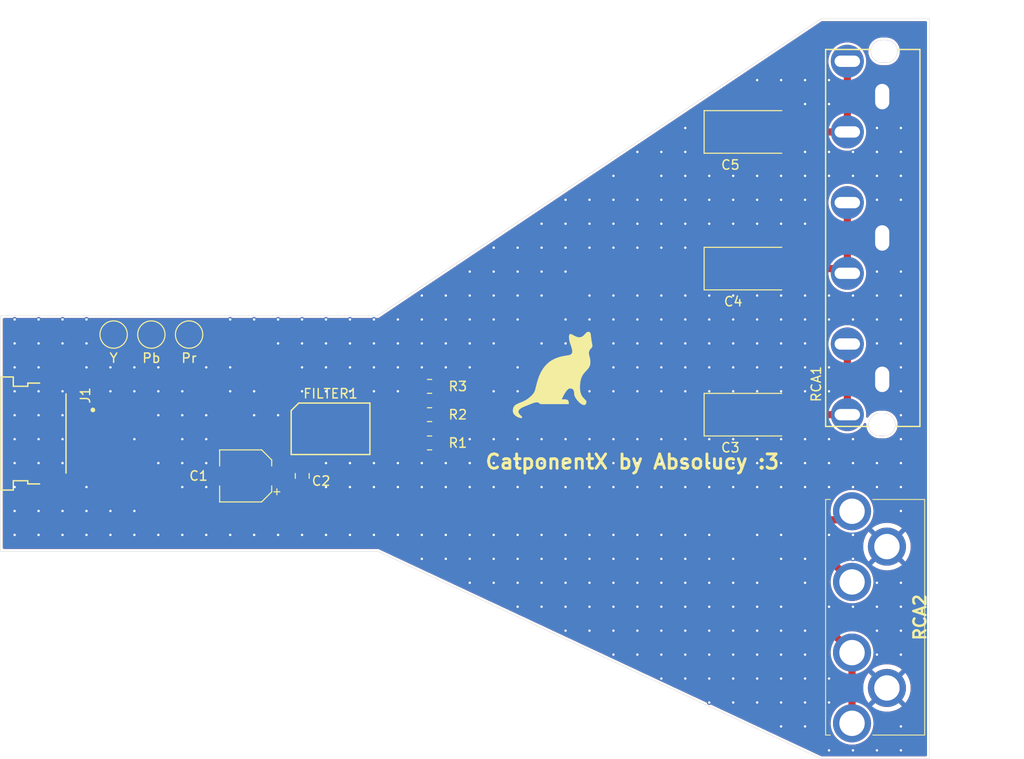
<source format=kicad_pcb>
(kicad_pcb (version 20211014) (generator pcbnew)
  (layers (0 "F.Cu" signal) (31 "B.Cu" signal) (34 "B.Paste" user) (35 "F.Paste" user) (36 "B.SilkS" user "B.Silkscreen") (37 "F.SilkS" user "F.Silkscreen") (38 "B.Mask" user) (39 "F.Mask" user) (44 "Edge.Cuts" user))
  (net 0 "")
  (net 1 "VCC")
  (net 2 "/Y_SRC")
  (net 3 "/Y")
  (net 4 "/Pb_SRC")
  (net 5 "/Pb")
  (net 6 "/Pr_SRC")
  (net 7 "/Pr")
  (net 8 "Audio_L")
  (net 9 "Audio_R")
  (net 10 "/Y_2")
  (net 11 "/Y_OUT")
  (net 12 "/Pb_2")
  (net 13 "/Pb_OUT")
  (net 14 "/Pr_OUT")
  (net 15 "/Pr_2")
  (net 16 "GND")
  (footprint "XComponent:THS7316" (layer "F.Cu") (at 47.5 162.5)
    (fp_text reference "FILTER1")
    (fp_text value "THS7316")
  )
  (footprint "TestPoint:TestPoint_Pad_D2.5mm" (layer "F.Cu") (at 28.5 152.5)
    (fp_text reference "Pb")
    (fp_text value "Pb_SRC")
  )
  (footprint "TestPoint:TestPoint_Pad_D2.5mm" (layer "F.Cu") (at 24.5 152.5)
    (fp_text reference "Y")
    (fp_text value "Y_SRC")
  )
  (footprint "Resistor_SMD:R_0805_2012Metric_Pad1.20x1.40mm_HandSolder" (layer "F.Cu") (at 58 164)
    (fp_text reference "R1")
    (fp_text value "R75")
  )
  (footprint "Capacitor_Tantalum_SMD:CP_EIA-7343-15_Kemet-W_Pad2.25x2.55mm_HandSolder" (layer "F.Cu") (at 91.7 161)
    (fp_text reference "C3")
    (fp_text value "220uF")
  )
  (footprint "XComponent:Molex-52207-0660" (layer "F.Cu") (at 19.624752 162.999998 -90)
    (fp_text reference "J1")
    (fp_text value "52207-0660" hide)
  )
  (footprint "Capacitor_SMD:CP_Elec_5x5.8" (layer "F.Cu") (at 38.5 167.5 180)
    (fp_text reference "C1")
    (fp_text value "10uF")
  )
  (footprint "Capacitor_SMD:C_0805_2012Metric_Pad1.18x1.45mm_HandSolder" (layer "F.Cu") (at 44.5 167.5 -90)
    (fp_text reference "C2")
    (fp_text value "0.1uF")
  )
  (footprint "XComponent:Cat" (layer "F.Cu") (at 70.5 155.5)
    (fp_text reference "REF**" hide)
    (fp_text value "Cat" hide)
  )
  (footprint "Capacitor_Tantalum_SMD:CP_EIA-7343-15_Kemet-W_Pad2.25x2.55mm_HandSolder" (layer "F.Cu") (at 91.7 145.5)
    (fp_text reference "C4")
    (fp_text value "220uF")
  )
  (footprint "TestPoint:TestPoint_Pad_D2.5mm" (layer "F.Cu") (at 32.5 152.5)
    (fp_text reference "Pr")
    (fp_text value "Pr_SRC")
  )
  (footprint "Resistor_SMD:R_0805_2012Metric_Pad1.20x1.40mm_HandSolder" (layer "F.Cu") (at 58 161)
    (fp_text reference "R2")
    (fp_text value "R75")
  )
  (footprint "Resistor_SMD:R_0805_2012Metric_Pad1.20x1.40mm_HandSolder" (layer "F.Cu") (at 58 158)
    (fp_text reference "R3")
    (fp_text value "R75")
  )
  (footprint "XComponent:PJRAN3X1U" (layer "F.Cu") (at 102.3 142.25 90)
    (fp_text reference "RCA1")
    (fp_text value "PJRAN3XIU03X")
  )
  (footprint "XComponent:PJRAN2X1U01AUX" (layer "F.Cu") (at 106.5 190 90)
    (fp_text reference "RCA2")
    (fp_text value "PJRAN2X1U01AUX" hide)
  )
  (footprint "Capacitor_Tantalum_SMD:CP_EIA-7343-15_Kemet-W_Pad2.25x2.55mm_HandSolder" (layer "F.Cu") (at 91.7 131)
    (fp_text reference "C5")
    (fp_text value "220uF")
  )
  (gr_line (start 12.5 175.5) (end 12.5 150.5) (layer "Edge.Cuts") (width 0.0381))
  (gr_line (start 52.5 150.5) (end 99.5 119) (layer "Edge.Cuts") (width 0.0381))
  (gr_line (start 12.5 150.5) (end 52.5 150.5) (layer "Edge.Cuts") (width 0.0381))
  (gr_line (start 111 197.5) (end 111 119) (layer "Edge.Cuts") (width 0.0381))
  (gr_line (start 111 119) (end 99.5 119) (layer "Edge.Cuts") (width 0.0381))
  (gr_line (start 12.5 175.5) (end 52.5 175.5) (layer "Edge.Cuts") (width 0.0381))
  (gr_line (start 99.5 197.5) (end 52.5 175.5) (layer "Edge.Cuts") (width 0.0381))
  (gr_line (start 99.5 197.5) (end 111 197.5) (layer "Edge.Cuts") (width 0.0381))
  (gr_text "CatponentX by Absolucy :3" (at 79.5 166) (layer "F.SilkS") (effects (font (size 1.524 1.524) (thickness 0.3048))))
  (segment (start 43.0375 166.4625) (end 44.5 166.4625) (width 0.762) (layer "F.Cu") (net 1))
  (segment (start 40.7 166.2) (end 40.7 167.5) (width 0.762) (layer "F.Cu") (net 1))
  (segment (start 29.8 164.5) (end 39 164.5) (width 0.762) (layer "F.Cu") (net 1))
  (segment (start 44.5 166.4625) (end 44.5 164.605) (width 0.762) (layer "F.Cu") (net 1))
  (segment (start 25.8 160.5) (end 20.799753 160.5) (width 0.762) (layer "F.Cu") (net 1))
  (segment (start 40.7 167.5) (end 42 167.5) (width 0.762) (layer "F.Cu") (net 1))
  (segment (start 25.8 160.5) (end 29.8 164.5) (width 0.762) (layer "F.Cu") (net 1))
  (segment (start 42 167.5) (end 43.0375 166.4625) (width 0.762) (layer "F.Cu") (net 1))
  (segment (start 39 164.5) (end 40.7 166.2) (width 0.762) (layer "F.Cu") (net 1))
  (segment (start 35.135 163.135) (end 44.7 163.135) (width 0.762) (layer "F.Cu") (net 2))
  (segment (start 24.5 152.5) (end 35.135 163.135) (width 0.762) (layer "F.Cu") (net 2))
  (segment (start 56.135 163.135) (end 50.3 163.135) (width 0.762) (layer "F.Cu") (net 3))
  (segment (start 57 164) (end 56.135 163.135) (width 0.762) (layer "F.Cu") (net 3))
  (segment (start 36.493634 161.342163) (end 36.271319 161.119848) (width 0.762) (layer "F.Cu") (net 4))
  (segment (start 37.218421 161.041643) (end 37.218421 161.041644) (width 0.762) (layer "F.Cu") (net 4))
  (segment (start 36.589518 160.165253) (end 36.155071 159.730806) (width 0.762) (layer "F.Cu") (net 4))
  (segment (start 36.271319 160.695584) (end 36.483452 160.483452) (width 0.762) (layer "F.Cu") (net 4))
  (segment (start 33.907312 158.755841) (end 33.684997 158.533526) (width 0.762) (layer "F.Cu") (net 4))
  (segment (start 34.988342 160.119713) (end 34.907448 160.038819) (width 0.762) (layer "F.Cu") (net 4))
  (segment (start 37.865 161.511446) (end 37.395198 161.041644) (width 0.762) (layer "F.Cu") (net 4))
  (segment (start 35.278678 158.925124) (end 34.808876 158.455322) (width 0.762) (layer "F.Cu") (net 4))
  (segment (start 34.632099 158.455322) (end 34.331576 158.755841) (width 0.762) (layer "F.Cu") (net 4))
  (segment (start 33.684997 157.684996) (end 33.684998 157.684998) (width 0.762) (layer "F.Cu") (net 4))
  (segment (start 35.278678 158.925125) (end 35.278678 158.925124) (width 0.762) (layer "F.Cu") (net 4))
  (segment (start 33.684998 157.684998) (end 28.5 152.5) (width 0.762) (layer "F.Cu") (net 4))
  (segment (start 34.907449 159.473134) (end 34.907449 159.473135) (width 0.762) (layer "F.Cu") (net 4))
  (segment (start 36.483452 160.483452) (end 36.589518 160.377385) (width 0.762) (layer "F.Cu") (net 4))
  (segment (start 35.942939 159.730806) (end 35.836872 159.836872) (width 0.762) (layer "F.Cu") (net 4))
  (segment (start 34.907449 159.473135) (end 35.278678 159.101901) (width 0.762) (layer "F.Cu") (net 4))
  (segment (start 35.836872 159.836872) (end 35.554028 160.119713) (width 0.762) (layer "F.Cu") (net 4))
  (segment (start 37.218421 161.041644) (end 36.917898 161.342163) (width 0.762) (layer "F.Cu") (net 4))
  (segment (start 37.864999 161.688223) (end 37.865 161.688223) (width 0.762) (layer "F.Cu") (net 4))
  (segment (start 37.865 161.511445) (end 37.865 161.511446) (width 0.762) (layer "F.Cu") (net 4))
  (segment (start 44.7 161.865) (end 37.865 161.865) (width 0.762) (layer "F.Cu") (net 4))
  (segment (start 34.632099 158.455321) (end 34.632099 158.455322) (width 0.762) (layer "F.Cu") (net 4))
  (segment (start 34.988343 160.119714) (end 34.988342 160.119713) (width 0.762) (layer "F.Cu") (net 4))
  (arc (start 34.907448 160.038819) (mid 34.790291 159.755976) (end 34.907449 159.473134) (width 0.762) (layer "F.Cu") (net 4))
  (arc (start 33.684997 158.533526) (mid 33.597129 158.321394) (end 33.684997 158.109262) (width 0.762) (layer "F.Cu") (net 4))
  (arc (start 37.865 161.688223) (mid 37.901612 161.599834) (end 37.865 161.511445) (width 0.762) (layer "F.Cu") (net 4))
  (arc (start 35.554028 160.119713) (mid 35.271186 160.236871) (end 34.988343 160.119714) (width 0.762) (layer "F.Cu") (net 4))
  (arc (start 35.278678 159.101901) (mid 35.31529 159.013513) (end 35.278678 158.925125) (width 0.762) (layer "F.Cu") (net 4))
  (arc (start 33.684997 158.109262) (mid 33.772866 157.89713) (end 33.684997 157.684996) (width 0.762) (layer "F.Cu") (net 4))
  (arc (start 34.808876 158.455322) (mid 34.720488 158.41871) (end 34.632099 158.455321) (width 0.762) (layer "F.Cu") (net 4))
  (arc (start 37.395198 161.041644) (mid 37.30681 161.005032) (end 37.218421 161.041643) (width 0.762) (layer "F.Cu") (net 4))
  (arc (start 34.331576 158.755841) (mid 34.119444 158.843709) (end 33.907312 158.755841) (width 0.762) (layer "F.Cu") (net 4))
  (arc (start 36.155071 159.730806) (mid 36.049005 159.686872) (end 35.942939 159.730806) (width 0.762) (layer "F.Cu") (net 4))
  (arc (start 36.589518 160.377385) (mid 36.633452 160.271319) (end 36.589518 160.165253) (width 0.762) (layer "F.Cu") (net 4))
  (arc (start 36.271319 161.119848) (mid 36.183451 160.907716) (end 36.271319 160.695584) (width 0.762) (layer "F.Cu") (net 4))
  (arc (start 37.865 161.865) (mid 37.828388 161.776612) (end 37.864999 161.688223) (width 0.762) (layer "F.Cu") (net 4))
  (arc (start 36.917898 161.342163) (mid 36.705766 161.430031) (end 36.493634 161.342163) (width 0.762) (layer "F.Cu") (net 4))
  (segment (start 56.135 161.865) (end 57 161) (width 0.762) (layer "F.Cu") (net 5))
  (segment (start 50.3 161.865) (end 56.135 161.865) (width 0.762) (layer "F.Cu") (net 5))
  (segment (start 37.983549 153.110914) (end 37.92302 153.171442) (width 0.762) (layer "F.Cu") (net 6))
  (segment (start 41.15592 157.697499) (end 41.095392 157.758028) (width 0.762) (layer "F.Cu") (net 6))
  (segment (start 37.983549 153.110913) (end 37.983549 153.110914) (width 0.762) (layer "F.Cu") (net 6))
  (segment (start 39.276709 154.404074) (end 38.509072 155.171707) (width 0.762) (layer "F.Cu") (net 6))
  (segment (start 39.276709 154.404073) (end 39.276709 154.404074) (width 0.762) (layer "F.Cu") (net 6))
  (segment (start 39.155654 156.464867) (end 39.155654 156.464868) (width 0.762) (layer "F.Cu") (net 6))
  (segment (start 40.448813 157.111448) (end 41.216448 156.343813) (width 0.762) (layer "F.Cu") (net 6))
  (segment (start 36.605 152.5) (end 32.5 152.5) (width 0.762) (layer "F.Cu") (net 6))
  (segment (start 37.862494 155.171707) (end 37.862494 155.171708) (width 0.762) (layer "F.Cu") (net 6))
  (segment (start 41.216448 155.697235) (end 41.216448 155.697234) (width 0.762) (layer "F.Cu") (net 6))
  (segment (start 39.155653 155.818288) (end 39.923288 155.050653) (width 0.762) (layer "F.Cu") (net 6))
  (segment (start 37.276442 153.171442) (end 36.605 152.5) (width 0.762) (layer "F.Cu") (net 6))
  (segment (start 41.155921 157.697499) (end 41.15592 157.697499) (width 0.762) (layer "F.Cu") (net 6))
  (segment (start 44.7 160.595) (end 41.8025 157.6975) (width 0.762) (layer "F.Cu") (net 6))
  (segment (start 40.569869 155.697233) (end 40.569869 155.697234) (width 0.762) (layer "F.Cu") (net 6))
  (segment (start 37.862493 154.525129) (end 37.862493 154.525128) (width 0.762) (layer "F.Cu") (net 6))
  (segment (start 39.923288 154.404075) (end 39.923288 154.404074) (width 0.762) (layer "F.Cu") (net 6))
  (segment (start 39.155653 155.818289) (end 39.155653 155.818288) (width 0.762) (layer "F.Cu") (net 6))
  (segment (start 38.630128 153.110915) (end 38.630128 153.110914) (width 0.762) (layer "F.Cu") (net 6))
  (segment (start 40.448813 157.111449) (end 40.448813 157.111448) (width 0.762) (layer "F.Cu") (net 6))
  (segment (start 40.569869 155.697234) (end 39.802232 156.464867) (width 0.762) (layer "F.Cu") (net 6))
  (segment (start 37.862493 154.525128) (end 38.630128 153.757493) (width 0.762) (layer "F.Cu") (net 6))
  (arc (start 38.509072 155.171707) (mid 38.185783 155.305618) (end 37.862494 155.171707) (width 0.762) (layer "F.Cu") (net 6))
  (arc (start 41.216448 155.697234) (mid 40.893159 155.563323) (end 40.569869 155.697233) (width 0.762) (layer "F.Cu") (net 6))
  (arc (start 38.630128 153.757493) (mid 38.764039 153.434204) (end 38.630128 153.110915) (width 0.762) (layer "F.Cu") (net 6))
  (arc (start 39.155654 156.464868) (mid 39.021743 156.141579) (end 39.155653 155.818289) (width 0.762) (layer "F.Cu") (net 6))
  (arc (start 39.923288 155.050653) (mid 40.057199 154.727364) (end 39.923288 154.404075) (width 0.762) (layer "F.Cu") (net 6))
  (arc (start 41.8025 157.6975) (mid 41.479211 157.563589) (end 41.155921 157.697499) (width 0.762) (layer "F.Cu") (net 6))
  (arc (start 37.862494 155.171708) (mid 37.728583 154.848419) (end 37.862493 154.525129) (width 0.762) (layer "F.Cu") (net 6))
  (arc (start 37.92302 153.171442) (mid 37.599731 153.305353) (end 37.276442 153.171442) (width 0.762) (layer "F.Cu") (net 6))
  (arc (start 41.095392 157.758028) (mid 40.772103 157.891939) (end 40.448814 157.758028) (width 0.762) (layer "F.Cu") (net 6))
  (arc (start 39.802232 156.464867) (mid 39.478943 156.598778) (end 39.155654 156.464867) (width 0.762) (layer "F.Cu") (net 6))
  (arc (start 41.216448 156.343813) (mid 41.350359 156.020524) (end 41.216448 155.697235) (width 0.762) (layer "F.Cu") (net 6))
  (arc (start 38.630128 153.110914) (mid 38.306839 152.977003) (end 37.983549 153.110913) (width 0.762) (layer "F.Cu") (net 6))
  (arc (start 39.923288 154.404074) (mid 39.599999 154.270163) (end 39.276709 154.404073) (width 0.762) (layer "F.Cu") (net 6))
  (arc (start 40.448814 157.758028) (mid 40.314903 157.434739) (end 40.448813 157.111449) (width 0.762) (layer "F.Cu") (net 6))
  (segment (start 50.3 160.595) (end 54.405 160.595) (width 0.762) (layer "F.Cu") (net 7))
  (segment (start 54.405 160.595) (end 57 158) (width 0.762) (layer "F.Cu") (net 7))
  (segment (start 22.11655 164.5) (end 20.799753 164.5) (width 0.762) (layer "F.Cu") (net 8))
  (segment (start 102.8 186.25) (end 89.05 172.5) (width 0.762) (layer "F.Cu") (net 8))
  (segment (start 30.11655 172.5) (end 22.11655 164.5) (width 0.762) (layer "F.Cu") (net 8))
  (segment (start 89.05 172.5) (end 30.11655 172.5) (width 0.762) (layer "F.Cu") (net 8))
  (segment (start 102.8 186.25) (end 102.8 193.75) (width 0.762) (layer "F.Cu") (net 8))
  (segment (start 97.5 171.5) (end 79 171.5) (width 0.762) (layer "F.Cu") (net 9))
  (segment (start 102.8 178.75) (end 98.1584 174.1084) (width 0.762) (layer "F.Cu") (net 9))
  (segment (start 64.3196 171.5) (end 31.116551 171.5) (width 0.762) (layer "F.Cu") (net 9))
  (segment (start 98.1584 174.1084) (end 98.1584 172.1584) (width 0.762) (layer "F.Cu") (net 9))
  (segment (start 66.6556 170.9572) (end 66.6556 171.0428) (width 0.762) (layer "F.Cu") (net 9))
  (segment (start 74.8852 171.0428) (end 74.8852 170.9572) (width 0.762) (layer "F.Cu") (net 9))
  (segment (start 75.7996 170.9572) (end 75.7996 171.0428) (width 0.762) (layer "F.Cu") (net 9))
  (segment (start 101.8916 172.1584) (end 102.8 171.25) (width 0.762) (layer "F.Cu") (net 9))
  (segment (start 31.116551 171.5) (end 22.116553 162.500002) (width 0.762) (layer "F.Cu") (net 9))
  (segment (start 73.9708 170.9572) (end 73.9708 171.0428) (width 0.762) (layer "F.Cu") (net 9))
  (segment (start 64.3696 171.5) (end 64.3196 171.5) (width 0.762) (layer "F.Cu") (net 9))
  (segment (start 76.714 171.0428) (end 76.714 170.9572) (width 0.762) (layer "F.Cu") (net 9))
  (segment (start 72.142 170.9572) (end 72.142 171.0428) (width 0.762) (layer "F.Cu") (net 9))
  (segment (start 69.3988 171.0428) (end 69.3988 170.9572) (width 0.762) (layer "F.Cu") (net 9))
  (segment (start 73.0564 171.0428) (end 73.0564 170.9572) (width 0.762) (layer "F.Cu") (net 9))
  (segment (start 68.4844 170.9572) (end 68.4844 171.0428) (width 0.762) (layer "F.Cu") (net 9))
  (segment (start 98.1584 172.1584) (end 101.8916 172.1584) (width 0.762) (layer "F.Cu") (net 9))
  (segment (start 22.116553 162.500002) (end 20.799753 162.500002) (width 0.762) (layer "F.Cu") (net 9))
  (segment (start 78.5428 171.0428) (end 78.5428 170.9572) (width 0.762) (layer "F.Cu") (net 9))
  (segment (start 67.57 171.0428) (end 67.57 170.9572) (width 0.762) (layer "F.Cu") (net 9))
  (segment (start 77.6284 170.9572) (end 77.6284 171.0428) (width 0.762) (layer "F.Cu") (net 9))
  (segment (start 71.2276 171.0428) (end 71.2276 170.9572) (width 0.762) (layer "F.Cu") (net 9))
  (segment (start 64.8268 170.9572) (end 64.8268 171.0428) (width 0.762) (layer "F.Cu") (net 9))
  (segment (start 65.7412 171.0428) (end 65.7412 170.9572) (width 0.762) (layer "F.Cu") (net 9))
  (segment (start 70.3132 170.9572) (end 70.3132 171.0428) (width 0.762) (layer "F.Cu") (net 9))
  (segment (start 98.1584 172.1584) (end 97.5 171.5) (width 0.762) (layer "F.Cu") (net 9))
  (arc (start 77.1712 171.5) (mid 76.847911 171.366089) (end 76.714 171.0428) (width 0.762) (layer "F.Cu") (net 9))
  (arc (start 68.4844 171.0428) (mid 68.350489 171.366089) (end 68.0272 171.5) (width 0.762) (layer "F.Cu") (net 9))
  (arc (start 66.1984 171.5) (mid 65.875111 171.366089) (end 65.7412 171.0428) (width 0.762) (layer "F.Cu") (net 9))
  (arc (start 79 171.5) (mid 78.676711 171.366089) (end 78.5428 171.0428) (width 0.762) (layer "F.Cu") (net 9))
  (arc (start 69.3988 170.9572) (mid 69.264889 170.633911) (end 68.9416 170.5) (width 0.762) (layer "F.Cu") (net 9))
  (arc (start 67.1128 170.5) (mid 66.789511 170.633911) (end 66.6556 170.9572) (width 0.762) (layer "F.Cu") (net 9))
  (arc (start 75.7996 171.0428) (mid 75.665689 171.366089) (end 75.3424 171.5) (width 0.762) (layer "F.Cu") (net 9))
  (arc (start 72.5992 170.5) (mid 72.275911 170.633911) (end 72.142 170.9572) (width 0.762) (layer "F.Cu") (net 9))
  (arc (start 71.6848 171.5) (mid 71.361511 171.366089) (end 71.2276 171.0428) (width 0.762) (layer "F.Cu") (net 9))
  (arc (start 78.5428 170.9572) (mid 78.408889 170.633911) (end 78.0856 170.5) (width 0.762) (layer "F.Cu") (net 9))
  (arc (start 67.57 170.9572) (mid 67.436089 170.633911) (end 67.1128 170.5) (width 0.762) (layer "F.Cu") (net 9))
  (arc (start 76.2568 170.5) (mid 75.933511 170.633911) (end 75.7996 170.9572) (width 0.762) (layer "F.Cu") (net 9))
  (arc (start 73.5136 171.5) (mid 73.190311 171.366089) (end 73.0564 171.0428) (width 0.762) (layer "F.Cu") (net 9))
  (arc (start 64.8268 171.0428) (mid 64.692889 171.366089) (end 64.3696 171.5) (width 0.762) (layer "F.Cu") (net 9))
  (arc (start 65.284 170.5) (mid 64.960711 170.633911) (end 64.8268 170.9572) (width 0.762) (layer "F.Cu") (net 9))
  (arc (start 78.0856 170.5) (mid 77.762311 170.633911) (end 77.6284 170.9572) (width 0.762) (layer "F.Cu") (net 9))
  (arc (start 70.7704 170.5) (mid 70.447111 170.633911) (end 70.3132 170.9572) (width 0.762) (layer "F.Cu") (net 9))
  (arc (start 66.6556 171.0428) (mid 66.521689 171.366089) (end 66.1984 171.5) (width 0.762) (layer "F.Cu") (net 9))
  (arc (start 69.856 171.5) (mid 69.532711 171.366089) (end 69.3988 171.0428) (width 0.762) (layer "F.Cu") (net 9))
  (arc (start 73.9708 171.0428) (mid 73.836889 171.366089) (end 73.5136 171.5) (width 0.762) (layer "F.Cu") (net 9))
  (arc (start 65.7412 170.9572) (mid 65.607289 170.633911) (end 65.284 170.5) (width 0.762) (layer "F.Cu") (net 9))
  (arc (start 75.3424 171.5) (mid 75.019111 171.366089) (end 74.8852 171.0428) (width 0.762) (layer "F.Cu") (net 9))
  (arc (start 74.428 170.5) (mid 74.104711 170.633911) (end 73.9708 170.9572) (width 0.762) (layer "F.Cu") (net 9))
  (arc (start 70.3132 171.0428) (mid 70.179289 171.366089) (end 69.856 171.5) (width 0.762) (layer "F.Cu") (net 9))
  (arc (start 72.142 171.0428) (mid 72.008089 171.366089) (end 71.6848 171.5) (width 0.762) (layer "F.Cu") (net 9))
  (arc (start 71.2276 170.9572) (mid 71.093689 170.633911) (end 70.7704 170.5) (width 0.762) (layer "F.Cu") (net 9))
  (arc (start 68.9416 170.5) (mid 68.618311 170.633911) (end 68.4844 170.9572) (width 0.762) (layer "F.Cu") (net 9))
  (arc (start 73.0564 170.9572) (mid 72.922489 170.633911) (end 72.5992 170.5) (width 0.762) (layer "F.Cu") (net 9))
  (arc (start 68.0272 171.5) (mid 67.703911 171.366089) (end 67.57 171.0428) (width 0.762) (layer "F.Cu") (net 9))
  (arc (start 76.714 170.9572) (mid 76.580089 170.633911) (end 76.2568 170.5) (width 0.762) (layer "F.Cu") (net 9))
  (arc (start 74.8852 170.9572) (mid 74.751289 170.633911) (end 74.428 170.5) (width 0.762) (layer "F.Cu") (net 9))
  (arc (start 77.6284 171.0428) (mid 77.494489 171.366089) (end 77.1712 171.5) (width 0.762) (layer "F.Cu") (net 9))
  (segment (start 80.2004 161.5428) (end 80.2004 161) (width 0.762) (layer "F.Cu") (net 10))
  (segment (start 82.0292 161) (end 82.0292 160.4572) (width 0.762) (layer "F.Cu") (net 10))
  (segment (start 62 161) (end 77 161) (width 0.762) (layer "F.Cu") (net 10))
  (segment (start 84.7724 160.4572) (end 84.7724 160.5428) (width 0.762) (layer "F.Cu") (net 10))
  (segment (start 85.936459 161) (end 88.5 161) (width 0.762) (layer "F.Cu") (net 10))
  (segment (start 85.2296 161) (end 85.936459 161) (width 0.762) (layer "F.Cu") (net 10))
  (segment (start 82.9436 160.4572) (end 82.9436 161) (width 0.762) (layer "F.Cu") (net 10))
  (segment (start 79.286 160.4572) (end 79.286 161) (width 0.762) (layer "F.Cu") (net 10))
  (segment (start 59 164) (end 62 161) (width 0.762) (layer "F.Cu") (net 10))
  (segment (start 78.3716 161.5428) (end 78.3716 161.4572) (width 0.762) (layer "F.Cu") (net 10))
  (segment (start 82.0292 161.5428) (end 82.0292 161) (width 0.762) (layer "F.Cu") (net 10))
  (segment (start 80.2004 161) (end 80.2004 160.4572) (width 0.762) (layer "F.Cu") (net 10))
  (segment (start 83.858 161) (end 83.858 160.4572) (width 0.762) (layer "F.Cu") (net 10))
  (segment (start 82.9436 161) (end 82.9436 161.5428) (width 0.762) (layer "F.Cu") (net 10))
  (segment (start 81.1148 160.4572) (end 81.1148 161) (width 0.762) (layer "F.Cu") (net 10))
  (segment (start 78.3716 161.4572) (end 78.3716 160.4572) (width 0.762) (layer "F.Cu") (net 10))
  (segment (start 81.1148 161) (end 81.1148 161.5428) (width 0.762) (layer "F.Cu") (net 10))
  (segment (start 77.4572 161.4572) (end 77.4572 161.5428) (width 0.762) (layer "F.Cu") (net 10))
  (segment (start 83.858 161.5428) (end 83.858 161) (width 0.762) (layer "F.Cu") (net 10))
  (segment (start 79.286 161) (end 79.286 161.5428) (width 0.762) (layer "F.Cu") (net 10))
  (arc (start 80.2004 160.4572) (mid 80.334311 160.133911) (end 80.6576 160) (width 0.762) (layer "F.Cu") (net 10))
  (arc (start 78.3716 160.4572) (mid 78.505511 160.133911) (end 78.8288 160) (width 0.762) (layer "F.Cu") (net 10))
  (arc (start 83.858 160.4572) (mid 83.991911 160.133911) (end 84.3152 160) (width 0.762) (layer "F.Cu") (net 10))
  (arc (start 80.6576 160) (mid 80.980889 160.133911) (end 81.1148 160.4572) (width 0.762) (layer "F.Cu") (net 10))
  (arc (start 82.9436 161.5428) (mid 83.077511 161.866089) (end 83.4008 162) (width 0.762) (layer "F.Cu") (net 10))
  (arc (start 84.7724 160.5428) (mid 84.906311 160.866089) (end 85.2296 161) (width 0.762) (layer "F.Cu") (net 10))
  (arc (start 79.286 161.5428) (mid 79.419911 161.866089) (end 79.7432 162) (width 0.762) (layer "F.Cu") (net 10))
  (arc (start 81.1148 161.5428) (mid 81.248711 161.866089) (end 81.572 162) (width 0.762) (layer "F.Cu") (net 10))
  (arc (start 77.9144 162) (mid 78.237689 161.866089) (end 78.3716 161.5428) (width 0.762) (layer "F.Cu") (net 10))
  (arc (start 84.3152 160) (mid 84.638489 160.133911) (end 84.7724 160.4572) (width 0.762) (layer "F.Cu") (net 10))
  (arc (start 83.4008 162) (mid 83.724089 161.866089) (end 83.858 161.5428) (width 0.762) (layer "F.Cu") (net 10))
  (arc (start 77 161) (mid 77.323289 161.133911) (end 77.4572 161.4572) (width 0.762) (layer "F.Cu") (net 10))
  (arc (start 77.4572 161.5428) (mid 77.591111 161.866089) (end 77.9144 162) (width 0.762) (layer "F.Cu") (net 10))
  (arc (start 78.8288 160) (mid 79.152089 160.133911) (end 79.286 160.4572) (width 0.762) (layer "F.Cu") (net 10))
  (arc (start 82.0292 160.4572) (mid 82.163111 160.133911) (end 82.4864 160) (width 0.762) (layer "F.Cu") (net 10))
  (arc (start 82.4864 160) (mid 82.809689 160.133911) (end 82.9436 160.4572) (width 0.762) (layer "F.Cu") (net 10))
  (arc (start 81.572 162) (mid 81.895289 161.866089) (end 82.0292 161.5428) (width 0.762) (layer "F.Cu") (net 10))
  (arc (start 79.7432 162) (mid 80.066489 161.866089) (end 80.2004 161.5428) (width 0.762) (layer "F.Cu") (net 10))
  (segment (start 102.05 161) (end 102.3 160.75) (width 0.762) (layer "F.Cu") (net 11))
  (segment (start 102.3 153.25) (end 102.3 160.75) (width 0.762) (layer "F.Cu") (net 11))
  (segment (start 101.95 161.1) (end 102.3 160.75) (width 0.762) (layer "F.Cu") (net 11))
  (segment (start 94.9 161) (end 102.05 161) (width 0.762) (layer "F.Cu") (net 11))
  (segment (start 88.2 145.8) (end 88.5 145.5) (width 0.762) (layer "F.Cu") (net 12))
  (segment (start 83.839026 145.8) (end 88.2 145.8) (width 0.762) (layer "F.Cu") (net 12))
  (segment (start 79.986 146.3428) (end 79.986 145.8) (width 0.762) (layer "F.Cu") (net 12))
  (segment (start 81.8148 145.8) (end 81.8148 145.2572) (width 0.762) (layer "F.Cu") (net 12))
  (segment (start 59 161) (end 74.2 145.8) (width 0.762) (layer "F.Cu") (net 12))
  (segment (start 79.0716 145.2572) (end 79.0716 145.3428) (width 0.762) (layer "F.Cu") (net 12))
  (segment (start 80.9004 145.2572) (end 80.9004 145.8) (width 0.762) (layer "F.Cu") (net 12))
  (segment (start 83.1864 145.8) (end 83.839026 145.8) (width 0.762) (layer "F.Cu") (net 12))
  (segment (start 74.2 145.8) (end 77.7 145.8) (width 0.762) (layer "F.Cu") (net 12))
  (segment (start 79.0716 145.3428) (end 79.0716 146.3428) (width 0.762) (layer "F.Cu") (net 12))
  (segment (start 80.9004 145.8) (end 80.9004 146.3428) (width 0.762) (layer "F.Cu") (net 12))
  (segment (start 79.986 145.8) (end 79.986 145.2572) (width 0.762) (layer "F.Cu") (net 12))
  (segment (start 78.1572 145.3428) (end 78.1572 145.2572) (width 0.762) (layer "F.Cu") (net 12))
  (segment (start 81.8148 146.3428) (end 81.8148 145.8) (width 0.762) (layer "F.Cu") (net 12))
  (segment (start 82.7292 145.2572) (end 82.7292 145.3428) (width 0.762) (layer "F.Cu") (net 12))
  (arc (start 79.0716 146.3428) (mid 79.205511 146.666089) (end 79.5288 146.8) (width 0.762) (layer "F.Cu") (net 12))
  (arc (start 78.6144 144.8) (mid 78.937689 144.933911) (end 79.0716 145.2572) (width 0.762) (layer "F.Cu") (net 12))
  (arc (start 80.4432 144.8) (mid 80.766489 144.933911) (end 80.9004 145.2572) (width 0.762) (layer "F.Cu") (net 12))
  (arc (start 78.1572 145.2572) (mid 78.291111 144.933911) (end 78.6144 144.8) (width 0.762) (layer "F.Cu") (net 12))
  (arc (start 79.5288 146.8) (mid 79.852089 146.666089) (end 79.986 146.3428) (width 0.762) (layer "F.Cu") (net 12))
  (arc (start 82.272 144.8) (mid 82.595289 144.933911) (end 82.7292 145.2572) (width 0.762) (layer "F.Cu") (net 12))
  (arc (start 81.8148 145.2572) (mid 81.948711 144.933911) (end 82.272 144.8) (width 0.762) (layer "F.Cu") (net 12))
  (arc (start 81.3576 146.8) (mid 81.680889 146.666089) (end 81.8148 146.3428) (width 0.762) (layer "F.Cu") (net 12))
  (arc (start 82.7292 145.3428) (mid 82.863111 145.666089) (end 83.1864 145.8) (width 0.762) (layer "F.Cu") (net 12))
  (arc (start 80.9004 146.3428) (mid 81.034311 146.666089) (end 81.3576 146.8) (width 0.762) (layer "F.Cu") (net 12))
  (arc (start 77.7 145.8) (mid 78.023289 145.666089) (end 78.1572 145.3428) (width 0.762) (layer "F.Cu") (net 12))
  (arc (start 79.986 145.2572) (mid 80.119911 144.933911) (end 80.4432 144.8) (width 0.762) (layer "F.Cu") (net 12))
  (segment (start 102.05 145.5) (end 102.3 145.75) (width 0.762) (layer "F.Cu") (net 13))
  (segment (start 94.9 145.5) (end 102.05 145.5) (width 0.762) (layer "F.Cu") (net 13))
  (segment (start 102.3 145.75) (end 102.3 138.25) (width 0.762) (layer "F.Cu") (net 13))
  (segment (start 102.25 145.8) (end 102.3 145.75) (width 0.762) (layer "F.Cu") (net 13))
  (segment (start 101.95 131.1) (end 102.3 130.75) (width 0.762) (layer "F.Cu") (net 14))
  (segment (start 102.05 131) (end 102.3 130.75) (width 0.762) (layer "F.Cu") (net 14))
  (segment (start 102.3 130.75) (end 102.3 123.25) (width 0.762) (layer "F.Cu") (net 14))
  (segment (start 94.9 131) (end 102.05 131) (width 0.762) (layer "F.Cu") (net 14))
  (segment (start 81.103422 136.543159) (end 80.396313 135.836051) (width 0.762) (layer "F.Cu") (net 15))
  (segment (start 79.749734 136.482629) (end 79.810262 136.543157) (width 0.762) (layer "F.Cu") (net 15))
  (segment (start 79.749735 135.836051) (end 79.749734 135.836051) (width 0.762) (layer "F.Cu") (net 15))
  (segment (start 79.268987 137.731013) (end 59 158) (width 0.762) (layer "F.Cu") (net 15))
  (segment (start 81.749999 135.89658) (end 81.810528 135.957109) (width 0.762) (layer "F.Cu") (net 15))
  (segment (start 88.4 131.1) (end 85.9 131.1) (width 0.762) (layer "F.Cu") (net 15))
  (segment (start 79.810262 137.189735) (end 79.268987 137.731013) (width 0.762) (layer "F.Cu") (net 15))
  (segment (start 88.5 131) (end 88.4 131.1) (width 0.762) (layer "F.Cu") (net 15))
  (segment (start 81.75 135.89658) (end 81.749999 135.89658) (width 0.762) (layer "F.Cu") (net 15))
  (segment (start 81.16395 136.603687) (end 81.103422 136.543159) (width 0.762) (layer "F.Cu") (net 15))
  (segment (start 85.9 131.1) (end 81.75 135.25) (width 0.762) (layer "F.Cu") (net 15))
  (arc (start 79.810262 136.543157) (mid 79.944173 136.866446) (end 79.810262 137.189735) (width 0.762) (layer "F.Cu") (net 15))
  (arc (start 81.810528 136.603687) (mid 81.487239 136.737598) (end 81.16395 136.603687) (width 0.762) (layer "F.Cu") (net 15))
  (arc (start 80.396313 135.836051) (mid 80.073024 135.70214) (end 79.749735 135.836051) (width 0.762) (layer "F.Cu") (net 15))
  (arc (start 81.810528 135.957109) (mid 81.944439 136.280398) (end 81.810528 136.603687) (width 0.762) (layer "F.Cu") (net 15))
  (arc (start 79.749734 135.836051) (mid 79.615823 136.15934) (end 79.749734 136.482629) (width 0.762) (layer "F.Cu") (net 15))
  (arc (start 81.75 135.25) (mid 81.616088 135.573291) (end 81.75 135.89658) (width 0.762) (layer "F.Cu") (net 15))
  (via (at 77.5 138.2) (size 0.508) (drill 0.254) (layers "F.Cu" "B.Cu") (net 16))
  (via (at 80.04 178.84) (size 0.508) (drill 0.254) (layers "F.Cu" "B.Cu") (net 16))
  (via (at 24.16 171.22) (size 0.508) (drill 0.254) (layers "F.Cu" "B.Cu") (net 16))
  (via (at 69.88 173.76) (size 0.508) (drill 0.254) (layers "F.Cu" "B.Cu") (net 16))
  (via (at 87.66 178.84) (size 0.508) (drill 0.254) (layers "F.Cu" "B.Cu") (net 16))
  (via (at 85.12 176.3) (size 0.508) (drill 0.254) (layers "F.Cu" "B.Cu") (net 16))
  (via (at 105.44 166.14) (size 0.508) (drill 0.254) (layers "F.Cu" "B.Cu") (net 16))
  (via (at 87.66 153.44) (size 0.508) (drill 0.254) (layers "F.Cu" "B.Cu") (net 16))
  (via (at 95.28 176.3) (size 0.508) (drill 0.254) (layers "F.Cu" "B.Cu") (net 16))
  (via (at 95.28 153.44) (size 0.508) (drill 0.254) (layers "F.Cu" "B.Cu") (net 16))
  (via (at 74.96 138.2) (size 0.508) (drill 0.254) (layers "F.Cu" "B.Cu") (net 16))
  (via (at 82.58 155.98) (size 0.508) (drill 0.254) (layers "F.Cu" "B.Cu") (net 16))
  (via (at 82.58 173.76) (size 0.508) (drill 0.254) (layers "F.Cu" "B.Cu") (net 16))
  (via (at 16.54 158.52) (size 0.508) (drill 0.254) (layers "F.Cu" "B.Cu") (net 16))
  (via (at 26.7 155.98) (size 0.508) (drill 0.254) (layers "F.Cu" "B.Cu") (net 16))
  (via (at 100.36 181.38) (size 0.508) (drill 0.254) (layers "F.Cu" "B.Cu") (net 16))
  (via (at 14 171.22) (size 0.508) (drill 0.254) (layers "F.Cu" "B.Cu") (net 16))
  (via (at 77.5 158.52) (size 0.508) (drill 0.254) (layers "F.Cu" "B.Cu") (net 16))
  (via (at 67.34 173.76) (size 0.508) (drill 0.254) (layers "F.Cu" "B.Cu") (net 16))
  (via (at 92.74 150.9) (size 0.508) (drill 0.254) (layers "F.Cu" "B.Cu") (net 16))
  (via (at 44.48 173.76) (size 0.508) (drill 0.254) (layers "F.Cu" "B.Cu") (net 16))
  (via (at 64.8 166.14) (size 0.508) (drill 0.254) (layers "F.Cu" "B.Cu") (net 16))
  (via (at 100.36 196.62) (size 0.508) (drill 0.254) (layers "F.Cu" "B.Cu") (net 16))
  (via (at 62.26 153.44) (size 0.508) (drill 0.254) (layers "F.Cu" "B.Cu") (net 16))
  (via (at 105.44 145.82) (size 0.508) (drill 0.254) (layers "F.Cu" "B.Cu") (net 16))
  (via (at 57.18 155.98) (size 0.508) (drill 0.254) (layers "F.Cu" "B.Cu") (net 16))
  (via (at 90.2 150.9) (size 0.508) (drill 0.254) (layers "F.Cu" "B.Cu") (net 16))
  (via (at 72.42 140.74) (size 0.508) (drill 0.254) (layers "F.Cu" "B.Cu") (net 16))
  (via (at 19.08 150.9) (size 0.508) (drill 0.254) (layers "F.Cu" "B.Cu") (net 16))
  (via (at 26.7 158.52) (size 0.508) (drill 0.254) (layers "F.Cu" "B.Cu") (net 16))
  (via (at 100.36 168.68) (size 0.508) (drill 0.254) (layers "F.Cu" "B.Cu") (net 16))
  (via (at 49.56 158.52) (size 0.508) (drill 0.254) (layers "F.Cu" "B.Cu") (net 16))
  (via (at 41.94 173.76) (size 0.508) (drill 0.254) (layers "F.Cu" "B.Cu") (net 16))
  (via (at 85.12 158.52) (size 0.508) (drill 0.254) (layers "F.Cu" "B.Cu") (net 16))
  (via (at 82.58 189) (size 0.508) (drill 0.254) (layers "F.Cu" "B.Cu") (net 16))
  (via (at 92.74 191.54) (size 0.508) (drill 0.254) (layers "F.Cu" "B.Cu") (net 16))
  (via (at 67.34 181.38) (size 0.508) (drill 0.254) (layers "F.Cu" "B.Cu") (net 16))
  (via (at 34.32 173.76) (size 0.508) (drill 0.254) (layers "F.Cu" "B.Cu") (net 16))
  (via (at 49.56 153.44) (size 0.508) (drill 0.254) (layers "F.Cu" "B.Cu") (net 16))
  (via (at 100.36 189) (size 0.508) (drill 0.254) (layers "F.Cu" "B.Cu") (net 16))
  (via (at 82.58 133.12) (size 0.508) (drill 0.254) (layers "F.Cu" "B.Cu") (net 16))
  (via (at 87.66 135.66) (size 0.508) (drill 0.254) (layers "F.Cu" "B.Cu") (net 16))
  (via (at 69.88 145.82) (size 0.508) (drill 0.254) (layers "F.Cu" "B.Cu") (net 16))
  (via (at 85.12 133.12) (size 0.508) (drill 0.254) (layers "F.Cu" "B.Cu") (net 16))
  (via (at 72.42 168.68) (size 0.508) (drill 0.254) (layers "F.Cu" "B.Cu") (net 16))
  (via (at 107.98 168.68) (size 0.508) (drill 0.254) (layers "F.Cu" "B.Cu") (net 16))
  (via (at 59.72 168.68) (size 0.508) (drill 0.254) (layers "F.Cu" "B.Cu") (net 16))
  (via (at 59.72 176.3) (size 0.508) (drill 0.254) (layers "F.Cu" "B.Cu") (net 16))
  (via (at 72.42 176.3) (size 0.508) (drill 0.254) (layers "F.Cu" "B.Cu") (net 16))
  (via (at 95.28 183.92) (size 0.508) (drill 0.254) (layers "F.Cu" "B.Cu") (net 16))
  (via (at 85.12 189) (size 0.508) (drill 0.254) (layers "F.Cu" "B.Cu") (net 16))
  (via (at 14 153.44) (size 0.508) (drill 0.254) (layers "F.Cu" "B.Cu") (net 16))
  (via (at 80.04 133.12) (size 0.508) (drill 0.254) (layers "F.Cu" "B.Cu") (net 16))
  (via (at 92.74 158.52) (size 0.508) (drill 0.254) (layers "F.Cu" "B.Cu") (net 16))
  (via (at 82.58 158.52) (size 0.508) (drill 0.254) (layers "F.Cu" "B.Cu") (net 16))
  (via (at 80.04 158.52) (size 0.508) (drill 0.254) (layers "F.Cu" "B.Cu") (net 16))
  (via (at 69.88 176.3) (size 0.508) (drill 0.254) (layers "F.Cu" "B.Cu") (net 16))
  (via (at 49.56 168.68) (size 0.508) (drill 0.254) (layers "F.Cu" "B.Cu") (net 16))
  (via (at 62.26 178.84) (size 0.508) (drill 0.254) (layers "F.Cu" "B.Cu") (net 16))
  (via (at 67.34 145.82) (size 0.508) (drill 0.254) (layers "F.Cu" "B.Cu") (net 16))
  (via (at 100.36 158.52) (size 0.508) (drill 0.254) (layers "F.Cu" "B.Cu") (net 16))
  (via (at 105.44 181.38) (size 0.508) (drill 0.254) (layers "F.Cu" "B.Cu") (net 16))
  (via (at 92.74 189) (size 0.508) (drill 0.254) (layers "F.Cu" "B.Cu") (net 16))
  (via (at 62.26 163.6) (size 0.508) (drill 0.254) (layers "F.Cu" "B.Cu") (net 16))
  (via (at 102.9 163.6) (size 0.508) (drill 0.254) (layers "F.Cu" "B.Cu") (net 16))
  (via (at 92.74 183.92) (size 0.508) (drill 0.254) (layers "F.Cu" "B.Cu") (net 16))
  (via (at 102.9 148.36) (size 0.508) (drill 0.254) (layers "F.Cu" "B.Cu") (net 16))
  (via (at 92.74 153.44) (size 0.508) (drill 0.254) (layers "F.Cu" "B.Cu") (net 16))
  (via (at 97.82 125.5) (size 0.508) (drill 0.254) (layers "F.Cu" "B.Cu") (net 16))
  (via (at 62.26 148.36) (size 0.508) (drill 0.254) (layers "F.Cu" "B.Cu") (net 16))
  (via (at 72.42 178.84) (size 0.508) (drill 0.254) (layers "F.Cu" "B.Cu") (net 16))
  (via (at 77.5 148.36) (size 0.508) (drill 0.254) (layers "F.Cu" "B.Cu") (net 16))
  (via (at 69.88 166.14) (size 0.508) (drill 0.254) (layers "F.Cu" "B.Cu") (net 16))
  (via (at 54.64 158.52) (size 0.508) (drill 0.254) (layers "F.Cu" "B.Cu") (net 16))
  (via (at 82.58 150.9) (size 0.508) (drill 0.254) (layers "F.Cu" "B.Cu") (net 16))
  (via (at 77.5 135.66) (size 0.508) (drill 0.254) (layers "F.Cu" "B.Cu") (net 16))
  (via (at 39.4 161.06) (size 0.508) (drill 0.254) (layers "F.Cu" "B.Cu") (net 16))
  (via (at 95.28 191.54) (size 0.508) (drill 0.254) (layers "F.Cu" "B.Cu") (net 16))
  (via (at 92.74 178.84) (size 0.508) (drill 0.254) (layers "F.Cu" "B.Cu") (net 16))
  (via (at 52.1 168.68) (size 0.508) (drill 0.254) (layers "F.Cu" "B.Cu") (net 16))
  (via (at 97.82 189) (size 0.508) (drill 0.254) (layers "F.Cu" "B.Cu") (net 16))
  (via (at 29.24 173.76) (size 0.508) (drill 0.254) (layers "F.Cu" "B.Cu") (net 16))
  (via (at 107.98 161.06) (size 0.508) (drill 0.254) (layers "F.Cu" "B.Cu") (net 16))
  (via (at 82.58 183.92) (size 0.508) (drill 0.254) (layers "F.Cu" "B.Cu") (net 16))
  (via (at 80.04 163.6) (size 0.508) (drill 0.254) (layers "F.Cu" "B.Cu") (net 16))
  (via (at 26.7 171.22) (size 0.508) (drill 0.254) (layers "F.Cu" "B.Cu") (net 16))
  (via (at 57.18 168.68) (size 0.508) (drill 0.254) (layers "F.Cu" "B.Cu") (net 16))
  (via (at 19.08 163.6) (size 0.508) (drill 0.254) (layers "F.Cu" "B.Cu") (net 16))
  (via (at 21.62 150.9) (size 0.508) (drill 0.254) (layers "F.Cu" "B.Cu") (net 16))
  (via (at 82.58 168.68) (size 0.508) (drill 0.254) (layers "F.Cu" "B.Cu") (net 16))
  (via (at 77.5 150.9) (size 0.508) (drill 0.254) (layers "F.Cu" "B.Cu") (net 16))
  (via (at 90.2 155.98) (size 0.508) (drill 0.254) (layers "F.Cu" "B.Cu") (net 16))
  (via (at 47.02 150.9) (size 0.508) (drill 0.254) (layers "F.Cu" "B.Cu") (net 16))
  (via (at 14 161.06) (size 0.508) (drill 0.254) (layers "F.Cu" "B.Cu") (net 16))
  (via (at 82.58 153.44) (size 0.508) (drill 0.254) (layers "F.Cu" "B.Cu") (net 16))
  (via (at 72.42 143.28) (size 0.508) (drill 0.254) (layers "F.Cu" "B.Cu") (net 16))
  (via (at 74.96 176.3) (size 0.508) (drill 0.254) (layers "F.Cu" "B.Cu") (net 16))
  (via (at 87.66 163.6) (size 0.508) (drill 0.254) (layers "F.Cu" "B.Cu") (net 16))
  (via (at 105.44 150.9) (size 0.508) (drill 0.254) (layers "F.Cu" "B.Cu") (net 16))
  (via (at 57.18 173.76) (size 0.508) (drill 0.254) (layers "F.Cu" "B.Cu") (net 16))
  (via (at 82.58 135.66) (size 0.508) (drill 0.254) (layers "F.Cu" "B.Cu") (net 16))
  (via (at 24.16 158.52) (size 0.508) (drill 0.254) (layers "F.Cu" "B.Cu") (net 16))
  (via (at 87.66 168.68) (size 0.508) (drill 0.254) (layers "F.Cu" "B.Cu") (net 16))
  (via (at 69.88 168.68) (size 0.508) (drill 0.254) (layers "F.Cu" "B.Cu") (net 16))
  (via (at 14 163.6) (size 0.508) (drill 0.254) (layers "F.Cu" "B.Cu") (net 16))
  (via (at 92.74 168.68) (size 0.508) (drill 0.254) (layers "F.Cu" "B.Cu") (net 16))
  (via (at 62.26 166.14) (size 0.508) (drill 0.254) (layers "F.Cu" "B.Cu") (net 16))
  (via (at 80.04 166.14) (size 0.508) (drill 0.254) (layers "F.Cu" "B.Cu") (net 16))
  (via (at 72.42 163.6) (size 0.508) (drill 0.254) (layers "F.Cu" "B.Cu") (net 16))
  (via (at 74.96 183.92) (size 0.508) (drill 0.254) (layers "F.Cu" "B.Cu") (net 16))
  (via (at 92.74 148.36) (size 0.508) (drill 0.254) (layers "F.Cu" "B.Cu") (net 16))
  (via (at 67.34 155.98) (size 0.508) (drill 0.254) (layers "F.Cu" "B.Cu") (net 16))
  (via (at 107.98 178.84) (size 0.508) (drill 0.254) (layers "F.Cu" "B.Cu") (net 16))
  (via (at 26.7 163.6) (size 0.508) (drill 0.254) (layers "F.Cu" "B.Cu") (net 16))
  (via (at 95.28 158.52) (size 0.508) (drill 0.254) (layers "F.Cu" "B.Cu") (net 16))
  (via (at 92.74 166.14) (size 0.508) (drill 0.254) (layers "F.Cu" "B.Cu") (net 16))
  (via (at 82.58 178.84) (size 0.508) (drill 0.254) (layers "F.Cu" "B.Cu") (net 16))
  (via (at 36.86 158.52) (size 0.508) (drill 0.254) (layers "F.Cu" "B.Cu") (net 16))
  (via (at 24.16 173.76) (size 0.508) (drill 0.254) (layers "F.Cu" "B.Cu") (net 16))
  (via (at 90.2 189) (size 0.508) (drill 0.254) (layers "F.Cu" "B.Cu") (net 16))
  (via (at 44.48 150.9) (size 0.508) (drill 0.254) (layers "F.Cu" "B.Cu") (net 16))
  (via (at 97.82 138.2) (size 0.508) (drill 0.254) (layers "F.Cu" "B.Cu") (net 16))
  (via (at 105.44 130.58) (size 0.508) (drill 0.254) (layers "F.Cu" "B.Cu") (net 16))
  (via (at 64.8 145.82) (size 0.508) (drill 0.254) (layers "F.Cu" "B.Cu") (net 16))
  (via (at 90.2 168.68) (size 0.508) (drill 0.254) (layers "F.Cu" "B.Cu") (net 16))
  (via (at 95.28 125.5) (size 0.508) (drill 0.254) (layers "F.Cu" "B.Cu") (net 16))
  (via (at 90.2 183.92) (size 0.508) (drill 0.254) (layers "F.Cu" "B.Cu") (net 16))
  (via (at 95.28 140.74) (size 0.508) (drill 0.254) (layers "F.Cu" "B.Cu") (net 16))
  (via (at 107.98 135.66) (size 0.508) (drill 0.254) (layers "F.Cu" "B.Cu") (net 16))
  (via (at 77.5 168.68) (size 0.508) (drill 0.254) (layers "F.Cu" "B.Cu") (net 16))
  (via (at 69.88 178.84) (size 0.508) (drill 0.254) (layers "F.Cu" "B.Cu") (net 16))
  (via (at 19.08 173.76) (size 0.508) (drill 0.254) (layers "F.Cu" "B.Cu") (net 16))
  (via (at 77.5 186.46) (size 0.508) (drill 0.254) (layers "F.Cu" "B.Cu") (net 16))
  (via (at 90.2 181.38) (size 0.508) (drill 0.254) (layers "F.Cu" "B.Cu") (net 16))
  (via (at 100.36 166.14) (size 0.508) (drill 0.254) (layers "F.Cu" "B.Cu") (net 16))
  (via (at 67.34 163.6) (size 0.508) (drill 0.254) (layers "F.Cu" "B.Cu") (net 16))
  (via (at 107.98 133.12) (size 0.508) (drill 0.254) (layers "F.Cu" "B.Cu") (net 16))
  (via (at 34.32 163.6) (size 0.508) (drill 0.254) (layers "F.Cu" "B.Cu") (net 16))
  (via (at 19.08 166.14) (size 0.508) (drill 0.254) (layers "F.Cu" "B.Cu") (net 16))
  (via (at 100.36 150.9) (size 0.508) (drill 0.254) (layers "F.Cu" "B.Cu") (net 16))
  (via (at 31.78 158.52) (size 0.508) (drill 0.254) (layers "F.Cu" "B.Cu") (net 16))
  (via (at 87.66 148.36) (size 0.508) (drill 0.254) (layers "F.Cu" "B.Cu") (net 16))
  (via (at 16.54 163.6) (size 0.508) (drill 0.254) (layers "F.Cu" "B.Cu") (net 16))
  (via (at 24.16 155.98) (size 0.508) (drill 0.254) (layers "F.Cu" "B.Cu") (net 16))
  (via (at 62.26 176.3) (size 0.508) (drill 0.254) (layers "F.Cu" "B.Cu") (net 16))
  (via (at 95.28 166.14) (size 0.508) (drill 0.254) (layers "F.Cu" "B.Cu") (net 16))
  (via (at 97.82 140.74) (size 0.508) (drill 0.254) (layers "F.Cu" "B.Cu") (net 16))
  (via (at 31.78 163.6) (size 0.508) (drill 0.254) (layers "F.Cu" "B.Cu") (net 16))
  (via (at 85.12 135.66) (size 0.508) (drill 0.254) (layers "F.Cu" "B.Cu") (net 16))
  (via (at 87.66 189) (size 0.508) (drill 0.254) (layers "F.Cu" "B.Cu") (net 16))
  (via (at 100.36 191.54) (size 0.508) (drill 0.254) (layers "F.Cu" "B.Cu") (net 16))
  (via (at 107.98 194.08) (size 0.508) (drill 0.254) (layers "F.Cu" "B.Cu") (net 16))
  (via (at 105.44 196.62) (size 0.508) (drill 0.254) (layers "F.Cu" "B.Cu") (net 16))
  (via (at 64.8 178.84) (size 0.508) (drill 0.254) (layers "F.Cu" "B.Cu") (net 16))
  (via (at 77.5 183.92) (size 0.508) (drill 0.254) (layers "F.Cu" "B.Cu") (net 16))
  (via (at 90.2 166.14) (size 0.508) (drill 0.254) (layers "F.Cu" "B.Cu") (net 16))
  (via (at 102.9 181.38) (size 0.508) (drill 0.254) (layers "F.Cu" "B.Cu") (net 16))
  (via (at 102.9 196.62) (size 0.508) (drill 0.254) (layers "F.Cu" "B.Cu") (net 16))
  (via (at 97.82 163.6) (size 0.508) (drill 0.254) (layers "F.Cu" "B.Cu") (net 16))
  (via (at 95.28 163.6) (size 0.508) (drill 0.254) (layers "F.Cu" "B.Cu") (net 16))
  (via (at 54.64 155.98) (size 0.508) (drill 0.254) (layers "F.Cu" "B.Cu") (net 16))
  (via (at 105.44 183.92) (size 0.508) (drill 0.254) (layers "F.Cu" "B.Cu") (net 16))
  (via (at 97.82 191.54) (size 0.508) (drill 0.254) (layers "F.Cu" "B.Cu") (net 16))
  (via (at 14 166.14) (size 0.508) (drill 0.254) (layers "F.Cu" "B.Cu") (net 16))
  (via (at 19.08 161.06) (size 0.508) (drill 0.254) (layers "F.Cu" "B.Cu") (net 16))
  (via (at 100.36 155.98) (size 0.508) (drill 0.254) (layers "F.Cu" "B.Cu") (net 16))
  (via (at 21.62 168.68) (size 0.508) (drill 0.254) (layers "F.Cu" "B.Cu") (net 16))
  (via (at 92.74 181.38) (size 0.508) (drill 0.254) (layers "F.Cu" "B.Cu") (net 16))
  (via (at 107.98 166.14) (size 0.508) (drill 0.254) (layers "F.Cu" "B.Cu") (net 16))
  (via (at 100.36 125.5) (size 0.508) (drill 0.254) (layers "F.Cu" "B.Cu") (net 16))
  (via (at 72.42 145.82) (size 0.508) (drill 0.254) (layers "F.Cu" "B.Cu") (net 16))
  (via (at 102.9 133.12) (size 0.508) (drill 0.254) (layers "F.Cu" "B.Cu") (net 16))
  (via (at 49.56 173.76) (size 0.508) (drill 0.254) (layers "F.Cu" "B.Cu") (net 16))
  (via (at 85.12 173.76) (size 0.508) (drill 0.254) (layers "F.Cu" "B.Cu") (net 16))
  (via (at 72.42 181.38) (size 0.508) (drill 0.254) (layers "F.Cu" "B.Cu") (net 16))
  (via (at 49.56 166.14) (size 0.508) (drill 0.254) (layers "F.Cu" "B.Cu") (net 16))
  (via (at 14 158.52) (size 0.508) (drill 0.254) (layers "F.Cu" "B.Cu") (net 16))
  (via (at 105.44 186.46) (size 0.508) (drill 0.254) (layers "F.Cu" "B.Cu") (net 16))
  (via (at 67.34 158.52) (size 0.508) (drill 0.254) (layers "F.Cu" "B.Cu") (net 16))
  (via (at 49.56 155.98) (size 0.508) (drill 0.254) (layers "F.Cu" "B.Cu") (net 16))
  (via (at 80.04 140.74) (size 0.508) (drill 0.254) (layers "F.Cu" "B.Cu") (net 16))
  (via (at 100.36 163.6) (size 0.508) (drill 0.254) (layers "F.Cu" "B.Cu") (net 16))
  (via (at 67.34 143.28) (size 0.508) (drill 0.254) (layers "F.Cu" "B.Cu") (net 16))
  (via (at 59.72 166.14) (size 0.508) (drill 0.254) (layers "F.Cu" "B.Cu") (net 16))
  (via (at 107.98 163.6) (size 0.508) (drill 0.254) (layers "F.Cu" "B.Cu") (net 16))
  (via (at 87.66 138.2) (size 0.508) (drill 0.254) (layers "F.Cu" "B.Cu") (net 16))
  (via (at 59.72 153.44) (size 0.508) (drill 0.254) (layers "F.Cu" "B.Cu") (net 16))
  (via (at 107.98 153.44) (size 0.508) (drill 0.254) (layers "F.Cu" "B.Cu") (net 16))
  (via (at 107.98 150.9) (size 0.508) (drill 0.254) (layers "F.Cu" "B.Cu") (net 16))
  (via (at 52.1 153.44) (size 0.508) (drill 0.254) (layers "F.Cu" "B.Cu") (net 16))
  (via (at 52.1 150.9) (size 0.508) (drill 0.254) (layers "F.Cu" "B.Cu") (net 16))
  (via (at 44.48 153.44) (size 0.508) (drill 0.254) (layers "F.Cu" "B.Cu") (net 16))
  (via (at 64.8 153.44) (size 0.508) (drill 0.254) (layers "F.Cu" "B.Cu") (net 16))
  (via (at 74.96 163.6) (size 0.508) (drill 0.254) (layers "F.Cu" "B.Cu") (net 16))
  (via (at 72.42 173.76) (size 0.508) (drill 0.254) (layers "F.Cu" "B.Cu") (net 16))
  (via (at 87.66 140.74) (size 0.508) (drill 0.254) (layers "F.Cu" "B.Cu") (net 16))
  (via (at 16.54 171.22) (size 0.508) (drill 0.254) (layers "F.Cu" "B.Cu") (net 16))
  (via (at 95.28 168.68) (size 0.508) (drill 0.254) (layers "F.Cu" "B.Cu") (net 16))
  (via (at 87.66 176.3) (size 0.508) (drill 0.254) (layers "F.Cu" "B.Cu") (net 16))
  (via (at 41.94 150.9) (size 0.508) (drill 0.254) (layers "F.Cu" "B.Cu") (net 16))
  (via (at 77.5 176.3) (size 0.508) (drill 0.254) (layers "F.Cu" "B.Cu") (net 16))
  (via (at 80.04 173.76) (size 0.508) (drill 0.254) (layers "F.Cu" "B.Cu") (net 16))
  (via (at 102.9 168.68) (size 0.508) (drill 0.254) (layers "F.Cu" "B.Cu") (net 16))
  (via (at 69.88 153.44) (size 0.508) (drill 0.254) (layers "F.Cu" "B.Cu") (net 16))
  (via (at 85.12 148.36) (size 0.508) (drill 0.254) (layers "F.Cu" "B.Cu") (net 16))
  (via (at 100.36 173.76) (size 0.508) (drill 0.254) (layers "F.Cu" "B.Cu") (net 16))
  (via (at 52.1 158.52) (size 0.508) (drill 0.254) (layers "F.Cu" "B.Cu") (net 16))
  (via (at 87.66 173.76) (size 0.508) (drill 0.254) (layers "F.Cu" "B.Cu") (net 16))
  (via (at 29.24 161.06) (size 0.508) (drill 0.254) (layers "F.Cu" "B.Cu") (net 16))
  (via (at 29.24 166.14) (size 0.508) (drill 0.254) (layers "F.Cu" "B.Cu") (net 16))
  (via (at 49.56 150.9) (size 0.508) (drill 0.254) (layers "F.Cu" "B.Cu") (net 16))
  (via (at 82.58 140.74) (size 0.508) (drill 0.254) (layers "F.Cu" "B.Cu") (net 16))
  (via (at 74.96 158.52) (size 0.508) (drill 0.254) (layers "F.Cu" "B.Cu") (net 16))
  (via (at 102.9 135.66) (size 0.508) (drill 0.254) (layers "F.Cu" "B.Cu") (net 16))
  (via (at 95.28 173.76) (size 0.508) (drill 0.254) (layers "F.Cu" "B.Cu") (net 16))
  (via (at 100.36 135.66) (size 0.508) (drill 0.254) (layers "F.Cu" "B.Cu") (net 16))
  (via (at 107.98 130.58) (size 0.508) (drill 0.254) (layers "F.Cu" "B.Cu") (net 16))
  (via (at 105.44 148.36) (size 0.508) (drill 0.254) (layers "F.Cu" "B.Cu") (net 16))
  (via (at 74.96 178.84) (size 0.508) (drill 0.254) (layers "F.Cu" "B.Cu") (net 16))
  (via (at 19.08 171.22) (size 0.508) (drill 0.254) (layers "F.Cu" "B.Cu") (net 16))
  (via (at 77.5 173.76) (size 0.508) (drill 0.254) (layers "F.Cu" "B.Cu") (net 16))
  (via (at 87.66 150.9) (size 0.508) (drill 0.254) (layers "F.Cu" "B.Cu") (net 16))
  (via (at 95.28 186.46) (size 0.508) (drill 0.254) (layers "F.Cu" "B.Cu") (net 16))
  (via (at 95.28 150.9) (size 0.508) (drill 0.254) (layers "F.Cu" "B.Cu") (net 16))
  (via (at 16.54 173.76) (size 0.508) (drill 0.254) (layers "F.Cu" "B.Cu") (net 16))
  (via (at 90.2 191.54) (size 0.508) (drill 0.254) (layers "F.Cu" "B.Cu") (net 16))
  (via (at 97.82 150.9) (size 0.508) (drill 0.254) (layers "F.Cu" "B.Cu") (net 16))
  (via (at 69.88 181.38) (size 0.508) (drill 0.254) (layers "F.Cu" "B.Cu") (net 16))
  (via (at 80.04 138.2) (size 0.508) (drill 0.254) (layers "F.Cu" "B.Cu") (net 16))
  (via (at 87.66 155.98) (size 0.508) (drill 0.254) (layers "F.Cu" "B.Cu") (net 16))
  (via (at 36.86 173.76) (size 0.508) (drill 0.254) (layers "F.Cu" "B.Cu") (net 16))
  (via (at 97.82 194.08) (size 0.508) (drill 0.254) (layers "F.Cu" "B.Cu") (net 16))
  (via (at 97.82 168.68) (size 0.508) (drill 0.254) (layers "F.Cu" "B.Cu") (net 16))
  (via (at 31.78 168.68) (size 0.508) (drill 0.254) (layers "F.Cu" "B.Cu") (net 16))
  (via (at 87.66 158.52) (size 0.508) (drill 0.254) (layers "F.Cu" "B.Cu") (net 16))
  (via (at 90.2 135.66) (size 0.508) (drill 0.254) (layers "F.Cu" "B.Cu") (net 16))
  (via (at 80.04 168.68) (size 0.508) (drill 0.254) (layers "F.Cu" "B.Cu") (net 16))
  (via (at 107.98 158.52) (size 0.508) (drill 0.254) (layers "F.Cu" "B.Cu") (net 16))
  (via (at 82.58 181.38) (size 0.508) (drill 0.254) (layers "F.Cu" "B.Cu") (net 16))
  (via (at 85.12 155.98) (size 0.508) (drill 0.254) (layers "F.Cu" "B.Cu") (net 16))
  (via (at 102.9 150.9) (size 0.508) (drill 0.254) (layers "F.Cu" "B.Cu") (net 16))
  (via (at 16.54 150.9) (size 0.508) (drill 0.254) (layers "F.Cu" "B.Cu") (net 16))
  (via (at 34.32 161.06) (size 0.508) (drill 0.254) (layers "F.Cu" "B.Cu") (net 16))
  (via (at 72.42 150.9) (size 0.508) (drill 0.254) (layers "F.Cu" "B.Cu") (net 16))
  (via (at 16.54 153.44) (size 0.508) (drill 0.254) (layers "F.Cu" "B.Cu") (net 16))
  (via (at 102.9 176.3) (size 0.508) (drill 0.254) (layers "F.Cu" "B.Cu") (net 16))
  (via (at 80.04 181.38) (size 0.508) (drill 0.254) (layers "F.Cu" "B.Cu") (net 16))
  (via (at 97.82 133.12) (size 0.508) (drill 0.254) (layers "F.Cu" "B.Cu") (net 16))
  (via (at 80.04 155.98) (size 0.508) (drill 0.254) (layers "F.Cu" "B.Cu") (net 16))
  (via (at 77.5 166.14) (size 0.508) (drill 0.254) (layers "F.Cu" "B.Cu") (net 16))
  (via (at 107.98 145.82) (size 0.508) (drill 0.254) (layers "F.Cu" "B.Cu") (net 16))
  (via (at 80.04 186.46) (size 0.508) (drill 0.254) (layers "F.Cu" "B.Cu") (net 16))
  (via (at 67.34 178.84) (size 0.508) (drill 0.254) (layers "F.Cu" "B.Cu") (net 16))
  (via (at 97.82 186.46) (size 0.508) (drill 0.254) (layers "F.Cu" "B.Cu") (net 16))
  (via (at 47.02 166.14) (size 0.508) (drill 0.254) (layers "F.Cu" "B.Cu") (net 16))
  (via (at 16.54 161.06) (size 0.508) (drill 0.254) (layers "F.Cu" "B.Cu") (net 16))
  (via (at 95.28 148.36) (size 0.508) (drill 0.254) (layers "F.Cu" "B.Cu") (net 16))
  (via (at 74.96 168.68) (size 0.508) (drill 0.254) (layers "F.Cu" "B.Cu") (net 16))
  (via (at 90.2 158.52) (size 0.508) (drill 0.254) (layers "F.Cu" "B.Cu") (net 16))
  (via (at 105.44 133.12) (size 0.508) (drill 0.254) (layers "F.Cu" "B.Cu") (net 16))
  (via (at 107.98 196.62) (size 0.508) (drill 0.254) (layers "F.Cu" "B.Cu") (net 16))
  (via (at 80.04 176.3) (size 0.508) (drill 0.254) (layers "F.Cu" "B.Cu") (net 16))
  (via (at 92.74 140.74) (size 0.508) (drill 0.254) (layers "F.Cu" "B.Cu") (net 16))
  (via (at 85.12 186.46) (size 0.508) (drill 0.254) (layers "F.Cu" "B.Cu") (net 16))
  (via (at 85.12 143.28) (size 0.508) (drill 0.254) (layers "F.Cu" "B.Cu") (net 16))
  (via (at 107.98 171.22) (size 0.508) (drill 0.254) (layers "F.Cu" "B.Cu") (net 16))
  (via (at 80.04 150.9) (size 0.508) (drill 0.254) (layers "F.Cu" "B.Cu") (net 16))
  (via (at 29.24 155.98) (size 0.508) (drill 0.254) (layers "F.Cu" "B.Cu") (net 16))
  (via (at 72.42 183.92) (size 0.508) (drill 0.254) (layers "F.Cu" "B.Cu") (net 16))
  (via (at 92.74 173.76) (size 0.508) (drill 0.254) (layers "F.Cu" "B.Cu") (net 16))
  (via (at 19.08 153.44) (size 0.508) (drill 0.254) (layers "F.Cu" "B.Cu") (net 16))
  (via (at 57.18 166.14) (size 0.508) (drill 0.254) (layers "F.Cu" "B.Cu") (net 16))
  (via (at 36.86 150.9) (size 0.508) (drill 0.254) (layers "F.Cu" "B.Cu") (net 16))
  (via (at 62.26 168.68) (size 0.508) (drill 0.254) (layers "F.Cu" "B.Cu") (net 16))
  (via (at 39.4 173.76) (size 0.508) (drill 0.254) (layers "F.Cu" "B.Cu") (net 16))
  (via (at 67.34 148.36) (size 0.508) (drill 0.254) (layers "F.Cu" "B.Cu") (net 16))
  (via (at 80.04 143.28) (size 0.508) (drill 0.254) (layers "F.Cu" "B.Cu") (net 16))
  (via (at 21.62 173.76) (size 0.508) (drill 0.254) (layers "F.Cu" "B.Cu") (net 16))
  (via (at 29.24 158.52) (size 0.508) (drill 0.254) (layers "F.Cu" "B.Cu") (net 16))
  (via (at 34.32 166.14) (size 0.508) (drill 0.254) (layers "F.Cu" "B.Cu") (net 16))
  (via (at 107.98 138.2) (size 0.508) (drill 0.254) (layers "F.Cu" "B.Cu") (net 16))
  (via (at 59.72 173.76) (size 0.508) (drill 0.254) (layers "F.Cu" "B.Cu") (net 16))
  (via (at 41.94 161.06) (size 0.508) (drill 0.254) (layers "F.Cu" "B.Cu") (net 16))
  (via (at 39.4 150.9) (size 0.508) (drill 0.254) (layers "F.Cu" "B.Cu") (net 16))
  (via (at 72.42 166.14) (size 0.508) (drill 0.254) (layers "F.Cu" "B.Cu") (net 16))
  (via (at 92.74 155.98) (size 0.508) (drill 0.254) (layers "F.Cu" "B.Cu") (net 16))
  (via (at 59.72 150.9) (size 0.508) (drill 0.254) (layers "F.Cu" "B.Cu") (net 16))
  (via (at 85.12 130.58) (size 0.508) (drill 0.254) (layers "F.Cu" "B.Cu") (net 16))
  (via (at 97.82 176.3) (size 0.508) (drill 0.254) (layers "F.Cu" "B.Cu") (net 16))
  (via (at 90.2 176.3) (size 0.508) (drill 0.254) (layers "F.Cu" "B.Cu") (net 16))
  (via (at 64.8 148.36) (size 0.508) (drill 0.254) (layers "F.Cu" "B.Cu") (net 16))
  (via (at 34.32 155.98) (size 0.508) (drill 0.254) (layers "F.Cu" "B.Cu") (net 16))
  (via (at 87.66 183.92) (size 0.508) (drill 0.254) (layers "F.Cu" "B.Cu") (net 16))
  (via (at 57.18 148.36) (size 0.508) (drill 0.254) (layers "F.Cu" "B.Cu") (net 16))
  (via (at 92.74 125.5) (size 0.508) (drill 0.254) (layers "F.Cu" "B.Cu") (net 16))
  (via (at 77.5 153.44) (size 0.508) (drill 0.254) (layers "F.Cu" "B.Cu") (net 16))
  (via (at 74.96 173.76) (size 0.508) (drill 0.254) (layers "F.Cu" "B.Cu") (net 16))
  (via (at 41.94 153.44) (size 0.508) (drill 0.254) (layers "F.Cu" "B.Cu") (net 16))
  (via (at 105.44 138.2) (size 0.508) (drill 0.254) (layers "F.Cu" "B.Cu") (net 16))
  (via (at 69.88 163.6) (size 0.508) (drill 0.254) (layers "F.Cu" "B.Cu") (net 16))
  (via (at 67.34 150.9) (size 0.508) (drill 0.254) (layers "F.Cu" "B.Cu") (net 16))
  (via (at 39.4 158.52) (size 0.508) (drill 0.254) (layers "F.Cu" "B.Cu") (net 16))
  (via (at 95.28 194.08) (size 0.508) (drill 0.254) (layers "F.Cu" "B.Cu") (net 16))
  (via (at 14 150.9) (size 0.508) (drill 0.254) (layers "F.Cu" "B.Cu") (net 16))
  (via (at 16.54 155.98) (size 0.508) (drill 0.254) (layers "F.Cu" "B.Cu") (net 16))
  (via (at 44.48 158.52) (size 0.508) (drill 0.254) (layers "F.Cu" "B.Cu") (net 16))
  (via (at 107.98 183.92) (size 0.508) (drill 0.254) (layers "F.Cu" "B.Cu") (net 16))
  (via (at 100.36 133.12) (size 0.508) (drill 0.254) (layers "F.Cu" "B.Cu") (net 16))
  (via (at 44.48 155.98) (size 0.508) (drill 0.254) (layers "F.Cu" "B.Cu") (net 16))
  (via (at 57.18 153.44) (size 0.508) (drill 0.254) (layers "F.Cu" "B.Cu") (net 16))
  (via (at 82.58 186.46) (size 0.508) (drill 0.254) (layers "F.Cu" "B.Cu") (net 16))
  (via (at 85.12 178.84) (size 0.508) (drill 0.254) (layers "F.Cu" "B.Cu") (net 16))
  (via (at 54.64 168.68) (size 0.508) (drill 0.254) (layers "F.Cu" "B.Cu") (net 16))
  (via (at 82.58 138.2) (size 0.508) (drill 0.254) (layers "F.Cu" "B.Cu") (net 16))
  (via (at 64.8 176.3) (size 0.508) (drill 0.254) (layers "F.Cu" "B.Cu") (net 16))
  (via (at 77.5 155.98) (size 0.508) (drill 0.254) (layers "F.Cu" "B.Cu") (net 16))
  (via (at 69.88 143.28) (size 0.508) (drill 0.254) (layers "F.Cu" "B.Cu") (net 16))
  (via (at 82.58 143.28) (size 0.508) (drill 0.254) (layers "F.Cu" "B.Cu") (net 16))
  (via (at 72.42 153.44) (size 0.508) (drill 0.254) (layers "F.Cu" "B.Cu") (net 16))
  (via (at 16.54 166.14) (size 0.508) (drill 0.254) (layers "F.Cu" "B.Cu") (net 16))
  (via (at 47.02 168.68) (size 0.508) (drill 0.254) (layers "F.Cu" "B.Cu") (net 16))
  (via (at 85.12 181.38) (size 0.508) (drill 0.254) (layers "F.Cu" "B.Cu") (net 16))
  (via (at 107.98 181.38) (size 0.508) (drill 0.254) (layers "F.Cu" "B.Cu") (net 16))
  (via (at 72.42 138.2) (size 0.508) (drill 0.254) (layers "F.Cu" "B.Cu") (net 16))
  (via (at 34.32 168.68) (size 0.508) (drill 0.254) (layers "F.Cu" "B.Cu") (net 16))
  (via (at 80.04 148.36) (size 0.508) (drill 0.254) (layers "F.Cu" "B.Cu") (net 16))
  (via (at 80.04 153.44) (size 0.508) (drill 0.254) (layers "F.Cu" "B.Cu") (net 16))
  (via (at 74.96 148.36) (size 0.508) (drill 0.254) (layers "F.Cu" "B.Cu") (net 16))
  (via (at 85.12 153.44) (size 0.508) (drill 0.254) (layers "F.Cu" "B.Cu") (net 16))
  (via (at 105.44 168.68) (size 0.508) (drill 0.254) (layers "F.Cu" "B.Cu") (net 16))
  (via (at 95.28 138.2) (size 0.508) (drill 0.254) (layers "F.Cu" "B.Cu") (net 16))
  (via (at 77.5 181.38) (size 0.508) (drill 0.254) (layers "F.Cu" "B.Cu") (net 16))
  (via (at 107.98 155.98) (size 0.508) (drill 0.254) (layers "F.Cu" "B.Cu") (net 16))
  (via (at 67.34 168.68) (size 0.508) (drill 0.254) (layers "F.Cu" "B.Cu") (net 16))
  (via (at 92.74 186.46) (size 0.508) (drill 0.254) (layers "F.Cu" "B.Cu") (net 16))
  (via (at 26.7 173.76) (size 0.508) (drill 0.254) (layers "F.Cu" "B.Cu") (net 16))
  (via (at 36.86 155.98) (size 0.508) (drill 0.254) (layers "F.Cu" "B.Cu") (net 16))
  (via (at 90.2 148.36) (size 0.508) (drill 0.254) (layers "F.Cu" "B.Cu") (net 16))
  (via (at 87.66 191.54) (size 0.508) (drill 0.254) (layers "F.Cu" "B.Cu") (net 16))
  (via (at 77.5 143.28) (size 0.508) (drill 0.254) (layers "F.Cu" "B.Cu") (net 16))
  (via (at 64.8 143.28) (size 0.508) (drill 0.254) (layers "F.Cu" "B.Cu") (net 16))
  (via (at 87.66 166.14) (size 0.508) (drill 0.254) (layers "F.Cu" "B.Cu") (net 16))
  (via (at 31.78 161.06) (size 0.508) (drill 0.254) (layers "F.Cu" "B.Cu") (net 16))
  (via (at 85.12 168.68) (size 0.508) (drill 0.254) (layers "F.Cu" "B.Cu") (net 16))
  (via (at 92.74 138.2) (size 0.508) (drill 0.254) (layers "F.Cu" "B.Cu") (net 16))
  (via (at 97.82 128.04) (size 0.508) (drill 0.254) (layers "F.Cu" "B.Cu") (net 16))
  (via (at 57.18 176.3) (size 0.508) (drill 0.254) (layers "F.Cu" "B.Cu") (net 16))
  (via (at 54.64 153.44) (size 0.508) (drill 0.254) (layers "F.Cu" "B.Cu") (net 16))
  (via (at 105.44 135.66) (size 0.508) (drill 0.254) (layers "F.Cu" "B.Cu") (net 16))
  (via (at 97.82 155.98) (size 0.508) (drill 0.254) (layers "F.Cu" "B.Cu") (net 16))
  (via (at 74.96 181.38) (size 0.508) (drill 0.254) (layers "F.Cu" "B.Cu") (net 16))
  (via (at 14 168.68) (size 0.508) (drill 0.254) (layers "F.Cu" "B.Cu") (net 16))
  (via (at 100.36 128.04) (size 0.508) (drill 0.254) (layers "F.Cu" "B.Cu") (net 16))
  (via (at 31.78 166.14) (size 0.508) (drill 0.254) (layers "F.Cu" "B.Cu") (net 16))
  (via (at 14 155.98) (size 0.508) (drill 0.254) (layers "F.Cu" "B.Cu") (net 16))
  (via (at 77.5 163.6) (size 0.508) (drill 0.254) (layers "F.Cu" "B.Cu") (net 16))
  (via (at 97.82 166.14) (size 0.508) (drill 0.254) (layers "F.Cu" "B.Cu") (net 16))
  (via (at 57.18 150.9) (size 0.508) (drill 0.254) (layers "F.Cu" "B.Cu") (net 16))
  (via (at 67.34 166.14) (size 0.508) (drill 0.254) (layers "F.Cu" "B.Cu") (net 16))
  (via (at 74.96 140.74) (size 0.508) (drill 0.254) (layers "F.Cu" "B.Cu") (net 16))
  (via (at 90.2 140.74) (size 0.508) (drill 0.254) (layers "F.Cu" "B.Cu") (net 16))
  (via (at 85.12 140.74) (size 0.508) (drill 0.254) (layers "F.Cu" "B.Cu") (net 16))
  (via (at 82.58 148.36) (size 0.508) (drill 0.254) (layers "F.Cu" "B.Cu") (net 16))
  (via (at 92.74 163.6) (size 0.508) (drill 0.254) (layers "F.Cu" "B.Cu") (net 16))
  (via (at 62.26 150.9) (size 0.508) (drill 0.254) (layers "F.Cu" "B.Cu") (net 16))
  (via (at 105.44 153.44) (size 0.508) (drill 0.254) (layers "F.Cu" "B.Cu") (net 16))
  (via (at 107.98 186.46) (size 0.508) (drill 0.254) (layers "F.Cu" "B.Cu") (net 16))
  (via (at 47.02 173.76) (size 0.508) (drill 0.254) (layers "F.Cu" "B.Cu") (net 16))
  (via (at 85.12 183.92) (size 0.508) (drill 0.254) (layers "F.Cu" "B.Cu") (net 16))
  (via (at 69.88 148.36) (size 0.508) (drill 0.254) (layers "F.Cu" "B.Cu") (net 16))
  (via (at 62.26 155.98) (size 0.508) (drill 0.254) (layers "F.Cu" "B.Cu") (net 16))
  (via (at 64.8 173.76) (size 0.508) (drill 0.254) (layers "F.Cu" "B.Cu") (net 16))
  (via (at 67.34 176.3) (size 0.508) (drill 0.254) (layers "F.Cu" "B.Cu") (net 16))
  (via (at 90.2 163.6) (size 0.508) (drill 0.254) (layers "F.Cu" "B.Cu") (net 16))
  (via (at 82.58 163.6) (size 0.508) (drill 0.254) (layers "F.Cu" "B.Cu") (net 16))
  (via (at 19.08 158.52) (size 0.508) (drill 0.254) (layers "F.Cu" "B.Cu") (net 16))
  (via (at 90.2 153.44) (size 0.508) (drill 0.254) (layers "F.Cu" "B.Cu") (net 16))
  (via (at 74.96 143.28) (size 0.508) (drill 0.254) (layers "F.Cu" "B.Cu") (net 16))
  (via (at 95.28 181.38) (size 0.508) (drill 0.254) (layers "F.Cu" "B.Cu") (net 16))
  (via (at 97.82 153.44) (size 0.508) (drill 0.254) (layers "F.Cu" "B.Cu") (net 16))
  (via (at 97.82 178.84) (size 0.508) (drill 0.254) (layers "F.Cu" "B.Cu") (net 16))
  (via (at 64.8 150.9) (size 0.508) (drill 0.254) (layers "F.Cu" "B.Cu") (net 16))
  (via (at 74.96 166.14) (size 0.508) (drill 0.254) (layers "F.Cu" "B.Cu") (net 16))
  (via (at 64.8 158.52) (size 0.508) (drill 0.254) (layers "F.Cu" "B.Cu") (net 16))
  (via (at 97.82 183.92) (size 0.508) (drill 0.254) (layers "F.Cu" "B.Cu") (net 16))
  (via (at 97.82 148.36) (size 0.508) (drill 0.254) (layers "F.Cu" "B.Cu") (net 16))
  (via (at 95.28 155.98) (size 0.508) (drill 0.254) (layers "F.Cu" "B.Cu") (net 16))
  (via (at 105.44 178.84) (size 0.508) (drill 0.254) (layers "F.Cu" "B.Cu") (net 16))
  (via (at 47.02 153.44) (size 0.508) (drill 0.254) (layers "F.Cu" "B.Cu") (net 16))
  (via (at 102.9 166.14) (size 0.508) (drill 0.254) (layers "F.Cu" "B.Cu") (net 16))
  (via (at 54.64 173.76) (size 0.508) (drill 0.254) (layers "F.Cu" "B.Cu") (net 16))
  (via (at 52.1 166.14) (size 0.508) (drill 0.254) (layers "F.Cu" "B.Cu") (net 16))
  (via (at 74.96 150.9) (size 0.508) (drill 0.254) (layers "F.Cu" "B.Cu") (net 16))
  (via (at 59.72 148.36) (size 0.508) (drill 0.254) (layers "F.Cu" "B.Cu") (net 16))
  (via (at 90.2 186.46) (size 0.508) (drill 0.254) (layers "F.Cu" "B.Cu") (net 16))
  (via (at 62.26 173.76) (size 0.508) (drill 0.254) (layers "F.Cu" "B.Cu") (net 16))
  (via (at 59.72 155.98) (size 0.508) (drill 0.254) (layers "F.Cu" "B.Cu") (net 16))
  (via (at 47.02 155.98) (size 0.508) (drill 0.254) (layers "F.Cu" "B.Cu") (net 16))
  (via (at 77.5 140.74) (size 0.508) (drill 0.254) (layers "F.Cu" "B.Cu") (net 16))
  (via (at 54.64 166.14) (size 0.508) (drill 0.254) (layers "F.Cu" "B.Cu") (net 16))
  (via (at 100.36 148.36) (size 0.508) (drill 0.254) (layers "F.Cu" "B.Cu") (net 16))
  (via (at 82.58 166.14) (size 0.508) (drill 0.254) (layers "F.Cu" "B.Cu") (net 16))
  (via (at 21.62 171.22) (size 0.508) (drill 0.254) (layers "F.Cu" "B.Cu") (net 16))
  (via (at 80.04 183.92) (size 0.508) (drill 0.254) (layers "F.Cu" "B.Cu") (net 16))
  (via (at 87.66 186.46) (size 0.508) (drill 0.254) (layers "F.Cu" "B.Cu") (net 16))
  (via (at 54.64 150.9) (size 0.508) (drill 0.254) (layers "F.Cu" "B.Cu") (net 16))
  (via (at 62.26 145.82) (size 0.508) (drill 0.254) (layers "F.Cu" "B.Cu") (net 16))
  (via (at 77.5 178.84) (size 0.508) (drill 0.254) (layers "F.Cu" "B.Cu") (net 16))
  (via (at 107.98 148.36) (size 0.508) (drill 0.254) (layers "F.Cu" "B.Cu") (net 16))
  (via (at 52.1 155.98) (size 0.508) (drill 0.254) (layers "F.Cu" "B.Cu") (net 16))
  (via (at 90.2 178.84) (size 0.508) (drill 0.254) (layers "F.Cu" "B.Cu") (net 16))
  (via (at 85.12 166.14) (size 0.508) (drill 0.254) (layers "F.Cu" "B.Cu") (net 16))
  (via (at 95.28 189) (size 0.508) (drill 0.254) (layers "F.Cu" "B.Cu") (net 16))
  (via (at 97.82 135.66) (size 0.508) (drill 0.254) (layers "F.Cu" "B.Cu") (net 16))
  (via (at 90.2 138.2) (size 0.508) (drill 0.254) (layers "F.Cu" "B.Cu") (net 16))
  (via (at 21.62 153.44) (size 0.508) (drill 0.254) (layers "F.Cu" "B.Cu") (net 16))
  (via (at 21.62 155.98) (size 0.508) (drill 0.254) (layers "F.Cu" "B.Cu") (net 16))
  (via (at 64.8 168.68) (size 0.508) (drill 0.254) (layers "F.Cu" "B.Cu") (net 16))
  (via (at 14 173.76) (size 0.508) (drill 0.254) (layers "F.Cu" "B.Cu") (net 16))
  (via (at 85.12 138.2) (size 0.508) (drill 0.254) (layers "F.Cu" "B.Cu") (net 16))
  (via (at 82.58 176.3) (size 0.508) (drill 0.254) (layers "F.Cu" "B.Cu") (net 16))
  (via (at 95.28 135.66) (size 0.508) (drill 0.254) (layers "F.Cu" "B.Cu") (net 16))
  (via (at 47.02 158.52) (size 0.508) (drill 0.254) (layers "F.Cu" "B.Cu") (net 16))
  (via (at 31.78 173.76) (size 0.508) (drill 0.254) (layers "F.Cu" "B.Cu") (net 16))
  (via (at 92.74 135.66) (size 0.508) (drill 0.254) (layers "F.Cu" "B.Cu") (net 16))
  (via (at 97.82 158.52) (size 0.508) (drill 0.254) (layers "F.Cu" "B.Cu") (net 16))
  (via (at 87.66 181.38) (size 0.508) (drill 0.254) (layers "F.Cu" "B.Cu") (net 16))
  (via (at 85.12 163.6) (size 0.508) (drill 0.254) (layers "F.Cu" "B.Cu") (net 16))
  (via (at 85.12 150.9) (size 0.508) (drill 0.254) (layers "F.Cu" "B.Cu") (net 16))
  (via (at 52.1 173.76) (size 0.508) (drill 0.254) (layers "F.Cu" "B.Cu") (net 16))
  (via (at 69.88 140.74) (size 0.508) (drill 0.254) (layers "F.Cu" "B.Cu") (net 16))
  (via (at 64.8 163.6) (size 0.508) (drill 0.254) (layers "F.Cu" "B.Cu") (net 16))
  (via (at 102.9 173.76) (size 0.508) (drill 0.254) (layers "F.Cu" "B.Cu") (net 16))
  (zone (net 16) (net_name "GND") (layers F&B.Cu) (name "Ground") (connect_pads (clearance 0.25)) (min_thickness 0.25) (fill yes (thermal_gap 0.5) (thermal_bridge_width 0.5))
    (polygon (pts (xy 111.5 197.5) (xy 12.5 197) (xy 12.5 127) (xy 112 117)))
  )
)
</source>
